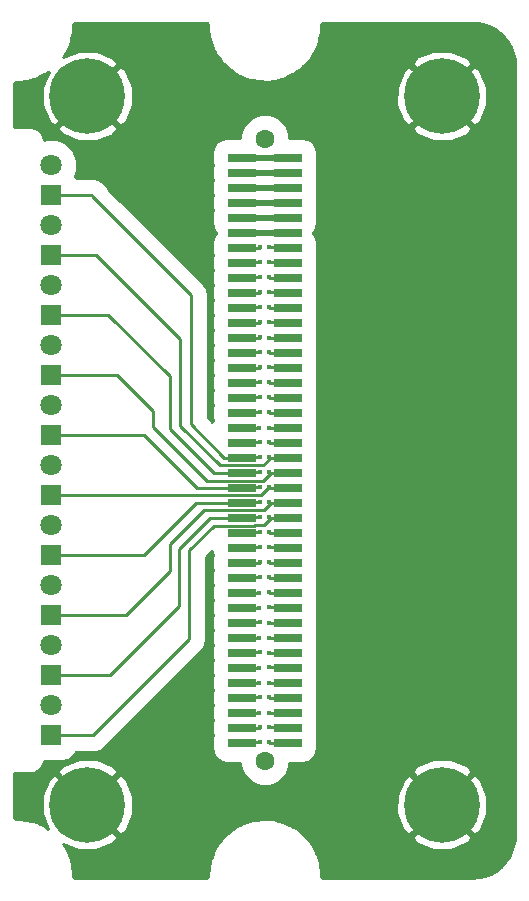
<source format=gbr>
G04 #@! TF.GenerationSoftware,KiCad,Pcbnew,(5.0.0-rc2-dev-107-g49486b83b)*
G04 #@! TF.CreationDate,2018-03-19T01:36:34+08:00*
G04 #@! TF.ProjectId,ebox-gpio-led,65626F782D6770696F2D6C65642E6B69,rev?*
G04 #@! TF.SameCoordinates,Original*
G04 #@! TF.FileFunction,Copper,L1,Top,Signal*
G04 #@! TF.FilePolarity,Positive*
%FSLAX46Y46*%
G04 Gerber Fmt 4.6, Leading zero omitted, Abs format (unit mm)*
G04 Created by KiCad (PCBNEW (5.0.0-rc2-dev-107-g49486b83b)) date 03/19/18 01:36:34*
%MOMM*%
%LPD*%
G01*
G04 APERTURE LIST*
%ADD10C,1.600000*%
%ADD11R,2.400000X0.740000*%
%ADD12C,0.800000*%
%ADD13C,6.400000*%
%ADD14C,1.800000*%
%ADD15R,1.800000X1.800000*%
%ADD16C,0.400000*%
%ADD17C,0.200000*%
%ADD18C,0.500000*%
%ADD19C,0.250000*%
%ADD20C,0.254000*%
G04 APERTURE END LIST*
D10*
X22500000Y-63839800D03*
X22512700Y-11122100D03*
D11*
X20550000Y-12735000D03*
X24450000Y-12735000D03*
X20550000Y-14005000D03*
X24450000Y-14005000D03*
X20550000Y-15275000D03*
X24450000Y-15275000D03*
X20550000Y-16545000D03*
X24450000Y-16545000D03*
X20550000Y-17815000D03*
X24450000Y-17815000D03*
X20550000Y-19085000D03*
X24450000Y-19085000D03*
X20550000Y-20355000D03*
X24450000Y-20355000D03*
X20550000Y-21625000D03*
X24450000Y-21625000D03*
X20550000Y-22895000D03*
X24450000Y-22895000D03*
X20550000Y-24165000D03*
X24450000Y-24165000D03*
X20550000Y-25435000D03*
X24450000Y-25435000D03*
X20550000Y-26705000D03*
X24450000Y-26705000D03*
X20550000Y-27975000D03*
X24450000Y-27975000D03*
X20550000Y-29245000D03*
X24450000Y-29245000D03*
X20550000Y-30515000D03*
X24450000Y-30515000D03*
X20550000Y-31785000D03*
X24450000Y-31785000D03*
X20550000Y-33055000D03*
X24450000Y-33055000D03*
X20550000Y-34325000D03*
X24450000Y-34325000D03*
X20550000Y-35595000D03*
X24450000Y-35595000D03*
X20550000Y-36865000D03*
X24450000Y-36865000D03*
X20550000Y-38135000D03*
X24450000Y-38135000D03*
X20550000Y-39405000D03*
X24450000Y-39405000D03*
X20550000Y-40675000D03*
X24450000Y-40675000D03*
X20550000Y-41945000D03*
X24450000Y-41945000D03*
X20550000Y-43215000D03*
X24450000Y-43215000D03*
X20550000Y-44485000D03*
X24450000Y-44485000D03*
X20550000Y-45755000D03*
X24450000Y-45755000D03*
X20550000Y-47025000D03*
X24450000Y-47025000D03*
X20550000Y-48295000D03*
X24450000Y-48295000D03*
X20550000Y-49565000D03*
X24450000Y-49565000D03*
X20550000Y-50835000D03*
X24450000Y-50835000D03*
X20550000Y-52105000D03*
X24450000Y-52105000D03*
X20550000Y-53375000D03*
X24450000Y-53375000D03*
X20550000Y-54645000D03*
X24450000Y-54645000D03*
X20550000Y-55915000D03*
X24450000Y-55915000D03*
X20550000Y-57185000D03*
X24450000Y-57185000D03*
X20550000Y-58455000D03*
X24450000Y-58455000D03*
X20550000Y-59725000D03*
X24450000Y-59725000D03*
X20550000Y-60995000D03*
X24450000Y-60995000D03*
X20550000Y-62265000D03*
X24450000Y-62265000D03*
D10*
X22500000Y-63839800D03*
X22500000Y-11122100D03*
D12*
X9197056Y-5802944D03*
X7500000Y-5100000D03*
X5802944Y-5802944D03*
X5100000Y-7500000D03*
X5802944Y-9197056D03*
X7500000Y-9900000D03*
X9197056Y-9197056D03*
X9900000Y-7500000D03*
D13*
X7500000Y-7500000D03*
D12*
X39197056Y-5802944D03*
X37500000Y-5100000D03*
X35802944Y-5802944D03*
X35100000Y-7500000D03*
X35802944Y-9197056D03*
X37500000Y-9900000D03*
X39197056Y-9197056D03*
X39900000Y-7500000D03*
D13*
X37500000Y-7500000D03*
D12*
X9197056Y-65802944D03*
X7500000Y-65100000D03*
X5802944Y-65802944D03*
X5100000Y-67500000D03*
X5802944Y-69197056D03*
X7500000Y-69900000D03*
X9197056Y-69197056D03*
X9900000Y-67500000D03*
D13*
X7500000Y-67500000D03*
D12*
X39197056Y-65802944D03*
X37500000Y-65100000D03*
X35802944Y-65802944D03*
X35100000Y-67500000D03*
X35802944Y-69197056D03*
X37500000Y-69900000D03*
X39197056Y-69197056D03*
X39900000Y-67500000D03*
D13*
X37500000Y-67500000D03*
D14*
X4445000Y-13335000D03*
D15*
X4445000Y-15875000D03*
X4445000Y-20955000D03*
D14*
X4445000Y-18415000D03*
X4445000Y-23495000D03*
D15*
X4445000Y-26035000D03*
X4445000Y-31115000D03*
D14*
X4445000Y-28575000D03*
X4445000Y-33655000D03*
D15*
X4445000Y-36195000D03*
X4445000Y-41275000D03*
D14*
X4445000Y-38735000D03*
D15*
X4445000Y-46355000D03*
D14*
X4445000Y-43815000D03*
X4445000Y-48895000D03*
D15*
X4445000Y-51435000D03*
X4445000Y-56515000D03*
D14*
X4445000Y-53975000D03*
X4445000Y-59055000D03*
D15*
X4445000Y-61595000D03*
D16*
X22860000Y-15240000D03*
X22098000Y-15240000D03*
X22860000Y-19050000D03*
X22860000Y-17780000D03*
X22860000Y-16510000D03*
X22860000Y-13970000D03*
X22860000Y-12700000D03*
X22098000Y-19050000D03*
X22098000Y-17780000D03*
X22098000Y-16510000D03*
X22098000Y-13970000D03*
X22098000Y-12700000D03*
X22098000Y-21590000D03*
D17*
X16510000Y-15875000D03*
X16510000Y-21590000D03*
X11430000Y-16510000D03*
X11430000Y-12700000D03*
X16510000Y-12700000D03*
X14605000Y-62865000D03*
X41275000Y-62865000D03*
X41275000Y-55880000D03*
X41275000Y-48895000D03*
X41275000Y-41275000D03*
X41275000Y-34925000D03*
X41275000Y-28575000D03*
X41275000Y-24130000D03*
X41275000Y-19050000D03*
X35560000Y-62865000D03*
X35560000Y-55880000D03*
X35560000Y-48895000D03*
X35560000Y-41275000D03*
X35560000Y-34925000D03*
X35560000Y-28575000D03*
X35560000Y-24130000D03*
X35560000Y-19050000D03*
X29845000Y-62865000D03*
X29845000Y-55880000D03*
X29845000Y-48895000D03*
X29845000Y-41275000D03*
X29845000Y-34925000D03*
X29845000Y-28575000D03*
X29845000Y-24130000D03*
X29845000Y-19050000D03*
X29845000Y-12700000D03*
X35560000Y-12700000D03*
X41275000Y-12700000D03*
D16*
X22098000Y-20320000D03*
X22860000Y-20320000D03*
X22860000Y-21590000D03*
X22098000Y-22860000D03*
X22860000Y-22860000D03*
X22098000Y-24130000D03*
X22860000Y-24130000D03*
X22098000Y-25400000D03*
X22860000Y-25400000D03*
X22098000Y-26670000D03*
X22860000Y-26670000D03*
X22098000Y-27940000D03*
X22895000Y-27975000D03*
X22098000Y-29210000D03*
X22860000Y-29210000D03*
X22098000Y-30480000D03*
X22860000Y-30480000D03*
X22098000Y-31750000D03*
X22860000Y-31750000D03*
X22098000Y-33020000D03*
X22860000Y-33020000D03*
X22098000Y-34290000D03*
X22860000Y-34290000D03*
X22063000Y-35595000D03*
X22895000Y-35595000D03*
X22098000Y-36830000D03*
X22860000Y-36830000D03*
X22098000Y-38100000D03*
X22860000Y-38100000D03*
X22098000Y-39370000D03*
X22860000Y-39370000D03*
X22098000Y-40640000D03*
X22860000Y-40640000D03*
X22098000Y-41910000D03*
X22860000Y-41910000D03*
X22098000Y-43180000D03*
X22860000Y-43180000D03*
X22098000Y-44450000D03*
X22860000Y-44450000D03*
X22098000Y-45720000D03*
X22860000Y-45720000D03*
X22098000Y-46990000D03*
X22860000Y-46990000D03*
X22098000Y-48260000D03*
X22860000Y-48260000D03*
X22063000Y-49565000D03*
X22860000Y-49530000D03*
X22063000Y-50835000D03*
X22860000Y-50800000D03*
X22098000Y-52070000D03*
X22895000Y-52105000D03*
X22063000Y-53375000D03*
X22895000Y-53375000D03*
X22098000Y-54610000D03*
X22895000Y-54645000D03*
X22063000Y-55915000D03*
X22860000Y-55880000D03*
X22063000Y-57185000D03*
X22895000Y-57185000D03*
X22098000Y-58420000D03*
X22860000Y-58420000D03*
X22063000Y-59725000D03*
X22895000Y-59725000D03*
X22895000Y-59725000D03*
X22098000Y-60960000D03*
X22860000Y-60960000D03*
X22098000Y-62230000D03*
X22860000Y-62230000D03*
D18*
X20550000Y-12735000D02*
X24450000Y-12735000D01*
X24450000Y-14005000D02*
X20550000Y-14005000D01*
X24450000Y-16545000D02*
X20550000Y-16545000D01*
X20550000Y-17815000D02*
X24450000Y-17815000D01*
D19*
X22098000Y-21590000D02*
X20585000Y-21590000D01*
X20585000Y-21590000D02*
X20550000Y-21625000D01*
X4445000Y-15875000D02*
X7874000Y-15875000D01*
X16256000Y-24384000D02*
X16256000Y-35291000D01*
X7874000Y-15875000D02*
X7874000Y-16002000D01*
X7874000Y-16002000D02*
X16256000Y-24384000D01*
X16256000Y-35291000D02*
X19100000Y-38135000D01*
X19100000Y-38135000D02*
X20550000Y-38135000D01*
X22400000Y-38735000D02*
X23000000Y-38135000D01*
X4445000Y-20955000D02*
X8255000Y-20955000D01*
X18682012Y-38735000D02*
X22400000Y-38735000D01*
X15367000Y-35419988D02*
X18682012Y-38735000D01*
X15367000Y-28067000D02*
X15367000Y-35419988D01*
X8255000Y-20955000D02*
X15367000Y-28067000D01*
X23000000Y-38135000D02*
X24450000Y-38135000D01*
X4445000Y-26035000D02*
X9271000Y-26035000D01*
X9271000Y-26035000D02*
X14478000Y-31242000D01*
X14478000Y-31242000D02*
X14478000Y-35687000D01*
X14478000Y-35687000D02*
X18196000Y-39405000D01*
X18196000Y-39405000D02*
X20550000Y-39405000D01*
X22325001Y-40079999D02*
X23000000Y-39405000D01*
X17600999Y-40079999D02*
X22325001Y-40079999D01*
X13081000Y-35560000D02*
X17600999Y-40079999D01*
X13081000Y-34163000D02*
X13081000Y-35560000D01*
X10033000Y-31115000D02*
X13081000Y-34163000D01*
X4445000Y-31115000D02*
X10033000Y-31115000D01*
X23000000Y-39405000D02*
X24450000Y-39405000D01*
X12319000Y-36195000D02*
X16799000Y-40675000D01*
X16799000Y-40675000D02*
X20550000Y-40675000D01*
X4445000Y-36195000D02*
X12319000Y-36195000D01*
X23114000Y-40675000D02*
X22895000Y-40675000D01*
X24450000Y-40675000D02*
X23114000Y-40675000D01*
X4445000Y-41275000D02*
X22225000Y-41275000D01*
X22225000Y-41275000D02*
X22825000Y-40675000D01*
X22825000Y-40675000D02*
X23114000Y-40675000D01*
X16729000Y-41945000D02*
X12319000Y-46355000D01*
X20550000Y-41945000D02*
X16729000Y-41945000D01*
X12319000Y-46355000D02*
X4445000Y-46355000D01*
X14478000Y-45466000D02*
X14478000Y-47752000D01*
X17399000Y-42545000D02*
X14478000Y-45466000D01*
X17399000Y-42540001D02*
X17399000Y-42545000D01*
X22404999Y-42540001D02*
X17399000Y-42540001D01*
X23000000Y-41945000D02*
X22404999Y-42540001D01*
X24450000Y-41945000D02*
X23000000Y-41945000D01*
X14478000Y-47752000D02*
X10795000Y-51435000D01*
X10795000Y-51435000D02*
X4445000Y-51435000D01*
X20550000Y-43215000D02*
X17872000Y-43215000D01*
X17872000Y-43215000D02*
X15240000Y-45847000D01*
X15240000Y-45847000D02*
X15240000Y-50673000D01*
X15240000Y-50673000D02*
X9398000Y-56515000D01*
X9398000Y-56515000D02*
X6858000Y-56515000D01*
X6858000Y-56515000D02*
X4445000Y-56515000D01*
X21637002Y-43889999D02*
X21717000Y-43810001D01*
X8001000Y-61595000D02*
X16129000Y-53467000D01*
X23000000Y-43215000D02*
X24450000Y-43215000D01*
X18213001Y-43889999D02*
X21637002Y-43889999D01*
X22404999Y-43810001D02*
X23000000Y-43215000D01*
X16129000Y-45974000D02*
X18213001Y-43889999D01*
X16129000Y-53467000D02*
X16129000Y-45974000D01*
X4445000Y-61595000D02*
X8001000Y-61595000D01*
X21717000Y-43810001D02*
X22404999Y-43810001D01*
D18*
X24450000Y-19085000D02*
X20550000Y-19085000D01*
D19*
X22063000Y-20355000D02*
X22098000Y-20320000D01*
X20550000Y-20355000D02*
X22063000Y-20355000D01*
X22860000Y-20320000D02*
X24415000Y-20320000D01*
X24415000Y-20320000D02*
X24450000Y-20355000D01*
X22860000Y-21590000D02*
X24415000Y-21590000D01*
X24415000Y-21590000D02*
X24450000Y-21625000D01*
X22098000Y-22860000D02*
X20585000Y-22860000D01*
X20585000Y-22860000D02*
X20550000Y-22895000D01*
X22895000Y-22895000D02*
X22860000Y-22860000D01*
X24450000Y-22895000D02*
X22895000Y-22895000D01*
X22063000Y-24165000D02*
X22098000Y-24130000D01*
X20550000Y-24165000D02*
X22063000Y-24165000D01*
X22860000Y-24130000D02*
X24415000Y-24130000D01*
X24415000Y-24130000D02*
X24450000Y-24165000D01*
X22098000Y-25400000D02*
X20585000Y-25400000D01*
X20585000Y-25400000D02*
X20550000Y-25435000D01*
X22895000Y-25435000D02*
X22860000Y-25400000D01*
X24450000Y-25435000D02*
X22895000Y-25435000D01*
X22063000Y-26705000D02*
X22098000Y-26670000D01*
X20550000Y-26705000D02*
X22063000Y-26705000D01*
X22860000Y-26670000D02*
X24415000Y-26670000D01*
X24415000Y-26670000D02*
X24450000Y-26705000D01*
X22063000Y-27975000D02*
X22098000Y-27940000D01*
X20550000Y-27975000D02*
X22063000Y-27975000D01*
X24450000Y-27975000D02*
X22895000Y-27975000D01*
X22098000Y-29210000D02*
X20585000Y-29210000D01*
X20585000Y-29210000D02*
X20550000Y-29245000D01*
X22895000Y-29245000D02*
X22860000Y-29210000D01*
X24450000Y-29245000D02*
X22895000Y-29245000D01*
X22063000Y-30515000D02*
X22098000Y-30480000D01*
X20550000Y-30515000D02*
X22063000Y-30515000D01*
X22860000Y-30480000D02*
X24415000Y-30480000D01*
X24415000Y-30480000D02*
X24450000Y-30515000D01*
X22098000Y-31750000D02*
X20585000Y-31750000D01*
X20585000Y-31750000D02*
X20550000Y-31785000D01*
X22895000Y-31785000D02*
X22860000Y-31750000D01*
X24450000Y-31785000D02*
X22895000Y-31785000D01*
X22098000Y-33020000D02*
X20585000Y-33020000D01*
X20585000Y-33020000D02*
X20550000Y-33055000D01*
X22895000Y-33055000D02*
X22860000Y-33020000D01*
X24450000Y-33055000D02*
X22895000Y-33055000D01*
X22098000Y-34290000D02*
X20585000Y-34290000D01*
X20585000Y-34290000D02*
X20550000Y-34325000D01*
X22895000Y-34325000D02*
X22860000Y-34290000D01*
X24450000Y-34325000D02*
X22895000Y-34325000D01*
X20550000Y-35595000D02*
X22063000Y-35595000D01*
X24450000Y-35595000D02*
X22895000Y-35595000D01*
X22098000Y-36830000D02*
X20585000Y-36830000D01*
X20585000Y-36830000D02*
X20550000Y-36865000D01*
X22895000Y-36865000D02*
X22860000Y-36830000D01*
X24450000Y-36865000D02*
X22895000Y-36865000D01*
X22098000Y-38100000D02*
X20585000Y-38100000D01*
X20585000Y-38100000D02*
X20550000Y-38135000D01*
X22895000Y-38135000D02*
X22860000Y-38100000D01*
X24450000Y-38135000D02*
X22895000Y-38135000D01*
X22098000Y-39370000D02*
X20585000Y-39370000D01*
X20585000Y-39370000D02*
X20550000Y-39405000D01*
X22895000Y-39405000D02*
X22860000Y-39370000D01*
X24450000Y-39405000D02*
X22895000Y-39405000D01*
X22098000Y-40640000D02*
X20585000Y-40640000D01*
X20585000Y-40640000D02*
X20550000Y-40675000D01*
X22895000Y-40675000D02*
X22860000Y-40640000D01*
X22098000Y-41910000D02*
X20585000Y-41910000D01*
X20585000Y-41910000D02*
X20550000Y-41945000D01*
X22895000Y-41945000D02*
X22860000Y-41910000D01*
X24450000Y-41945000D02*
X22895000Y-41945000D01*
X22098000Y-43180000D02*
X20585000Y-43180000D01*
X20585000Y-43180000D02*
X20550000Y-43215000D01*
X22895000Y-43215000D02*
X22860000Y-43180000D01*
X24450000Y-43215000D02*
X22895000Y-43215000D01*
X22098000Y-44450000D02*
X20585000Y-44450000D01*
X20585000Y-44450000D02*
X20550000Y-44485000D01*
X22895000Y-44485000D02*
X22860000Y-44450000D01*
X24450000Y-44485000D02*
X22895000Y-44485000D01*
X22098000Y-45720000D02*
X20585000Y-45720000D01*
X20585000Y-45720000D02*
X20550000Y-45755000D01*
X22860000Y-45720000D02*
X24415000Y-45720000D01*
X24415000Y-45720000D02*
X24450000Y-45755000D01*
X22063000Y-47025000D02*
X22098000Y-46990000D01*
X20550000Y-47025000D02*
X22063000Y-47025000D01*
X22895000Y-47025000D02*
X22860000Y-46990000D01*
X24450000Y-47025000D02*
X22895000Y-47025000D01*
X22098000Y-48260000D02*
X20585000Y-48260000D01*
X20585000Y-48260000D02*
X20550000Y-48295000D01*
X22895000Y-48295000D02*
X22860000Y-48260000D01*
X24450000Y-48295000D02*
X22895000Y-48295000D01*
X20550000Y-49565000D02*
X22063000Y-49565000D01*
X22895000Y-49565000D02*
X22860000Y-49530000D01*
X24450000Y-49565000D02*
X22895000Y-49565000D01*
X20550000Y-50835000D02*
X22063000Y-50835000D01*
X22860000Y-50800000D02*
X24415000Y-50800000D01*
X24415000Y-50800000D02*
X24450000Y-50835000D01*
X22098000Y-52070000D02*
X20585000Y-52070000D01*
X20585000Y-52070000D02*
X20550000Y-52105000D01*
X24450000Y-52105000D02*
X22895000Y-52105000D01*
X20550000Y-53375000D02*
X22063000Y-53375000D01*
X22895000Y-53375000D02*
X24450000Y-53375000D01*
X22098000Y-54610000D02*
X20585000Y-54610000D01*
X20585000Y-54610000D02*
X20550000Y-54645000D01*
X24450000Y-54645000D02*
X22895000Y-54645000D01*
X20550000Y-55915000D02*
X22063000Y-55915000D01*
X22860000Y-55880000D02*
X24415000Y-55880000D01*
X24415000Y-55880000D02*
X24450000Y-55915000D01*
X20550000Y-57185000D02*
X22063000Y-57185000D01*
X22895000Y-57185000D02*
X24450000Y-57185000D01*
X22098000Y-58420000D02*
X20585000Y-58420000D01*
X20585000Y-58420000D02*
X20550000Y-58455000D01*
X22895000Y-58455000D02*
X22860000Y-58420000D01*
X24450000Y-58455000D02*
X22895000Y-58455000D01*
X20550000Y-59725000D02*
X22063000Y-59725000D01*
X24450000Y-59725000D02*
X22895000Y-59725000D01*
X22063000Y-60995000D02*
X22098000Y-60960000D01*
X20550000Y-60995000D02*
X22063000Y-60995000D01*
X22860000Y-60960000D02*
X24415000Y-60960000D01*
X24415000Y-60960000D02*
X24450000Y-60995000D01*
X22098000Y-62230000D02*
X20585000Y-62230000D01*
X20585000Y-62230000D02*
X20550000Y-62265000D01*
X22895000Y-62265000D02*
X22860000Y-62230000D01*
X24450000Y-62265000D02*
X22895000Y-62265000D01*
D18*
X20550000Y-15275000D02*
X24450000Y-15275000D01*
D20*
G36*
X17529206Y-1292185D02*
X17557849Y-1298273D01*
X17585351Y-1308283D01*
X17611212Y-1322034D01*
X17634892Y-1339239D01*
X17655952Y-1359576D01*
X17673980Y-1382651D01*
X17688618Y-1408004D01*
X17699588Y-1435155D01*
X17706669Y-1463556D01*
X17713784Y-1531253D01*
X17713784Y-1544917D01*
X17722310Y-1789065D01*
X17724661Y-1811433D01*
X17724661Y-1833923D01*
X17734051Y-1923262D01*
X17802008Y-2406805D01*
X17811351Y-2450761D01*
X17817607Y-2495274D01*
X17839336Y-2582421D01*
X17839339Y-2582435D01*
X17839340Y-2582437D01*
X17973933Y-3051817D01*
X17989300Y-3094039D01*
X18001691Y-3137250D01*
X18035343Y-3220541D01*
X18233950Y-3666620D01*
X18255049Y-3706301D01*
X18273330Y-3747361D01*
X18318246Y-3825158D01*
X18577004Y-4239256D01*
X18603422Y-4275617D01*
X18627236Y-4313727D01*
X18682541Y-4384515D01*
X18996411Y-4758571D01*
X19027628Y-4790896D01*
X19056519Y-4825328D01*
X19121139Y-4887730D01*
X19484013Y-5214465D01*
X19519432Y-5242137D01*
X19552829Y-5272208D01*
X19625504Y-5325010D01*
X20030319Y-5598061D01*
X20069246Y-5620535D01*
X20106501Y-5645664D01*
X20185818Y-5687838D01*
X20624695Y-5901892D01*
X20666366Y-5918728D01*
X20706757Y-5938428D01*
X20791171Y-5969152D01*
X21255567Y-6120044D01*
X21299173Y-6130916D01*
X21341918Y-6144805D01*
X21429787Y-6163482D01*
X21910663Y-6248274D01*
X21955354Y-6252971D01*
X21999622Y-6260777D01*
X22089229Y-6267043D01*
X22089235Y-6267043D01*
X22577233Y-6284084D01*
X22622149Y-6282516D01*
X22667064Y-6284084D01*
X22756677Y-6277818D01*
X23242298Y-6226777D01*
X23286556Y-6218973D01*
X23331254Y-6214275D01*
X23419122Y-6195598D01*
X23892912Y-6077469D01*
X23935657Y-6063580D01*
X23979264Y-6052708D01*
X24063661Y-6021989D01*
X24063677Y-6021984D01*
X24063684Y-6021981D01*
X24516418Y-5839064D01*
X24556804Y-5819366D01*
X24598481Y-5802528D01*
X24677798Y-5760354D01*
X25100674Y-5516207D01*
X25137931Y-5491077D01*
X25176857Y-5468603D01*
X25249532Y-5415801D01*
X25634314Y-5115176D01*
X25667706Y-5085110D01*
X25703127Y-5057436D01*
X25767746Y-4995033D01*
X25995594Y-4759090D01*
X34938695Y-4759090D01*
X37500000Y-7320395D01*
X40061305Y-4759090D01*
X39694360Y-4263657D01*
X38288829Y-3670264D01*
X36763207Y-3659913D01*
X35349754Y-4234181D01*
X35305640Y-4263657D01*
X34938695Y-4759090D01*
X25995594Y-4759090D01*
X26106946Y-4643783D01*
X26135835Y-4609354D01*
X26167057Y-4577023D01*
X26222363Y-4506234D01*
X26509374Y-4111195D01*
X26533191Y-4073080D01*
X26559605Y-4036724D01*
X26604521Y-3958928D01*
X26833762Y-3527789D01*
X26852040Y-3486737D01*
X26873142Y-3447049D01*
X26906793Y-3363759D01*
X27073800Y-2904912D01*
X27086188Y-2861709D01*
X27101560Y-2819476D01*
X27123292Y-2732313D01*
X27224814Y-2254688D01*
X27231068Y-2210187D01*
X27240413Y-2166223D01*
X27249803Y-2076883D01*
X27283865Y-1589778D01*
X27283865Y-1589776D01*
X27292185Y-1470794D01*
X27298273Y-1442151D01*
X27308283Y-1414649D01*
X27322034Y-1388788D01*
X27339239Y-1365108D01*
X27359576Y-1344048D01*
X27382651Y-1326020D01*
X27408004Y-1311382D01*
X27435155Y-1300412D01*
X27463556Y-1293331D01*
X27523793Y-1287000D01*
X39955055Y-1287000D01*
X40516312Y-1326247D01*
X41022579Y-1433858D01*
X41508935Y-1610877D01*
X41965924Y-1853862D01*
X42384651Y-2158085D01*
X42756963Y-2517623D01*
X43075614Y-2925477D01*
X43334399Y-3373708D01*
X43528283Y-3853586D01*
X43653496Y-4355791D01*
X43711131Y-4904149D01*
X43713000Y-5011235D01*
X43713001Y-69955041D01*
X43673753Y-70516313D01*
X43566144Y-71022573D01*
X43389123Y-71508936D01*
X43146138Y-71965924D01*
X42841917Y-72384648D01*
X42482379Y-72756961D01*
X42074526Y-73075611D01*
X41626296Y-73334397D01*
X41146411Y-73528284D01*
X40644211Y-73653496D01*
X40095850Y-73711131D01*
X39988766Y-73713000D01*
X27544945Y-73713000D01*
X27470795Y-73707815D01*
X27442152Y-73701727D01*
X27414647Y-73691716D01*
X27388789Y-73677967D01*
X27365109Y-73660763D01*
X27344044Y-73640420D01*
X27326021Y-73617351D01*
X27311383Y-73591997D01*
X27300412Y-73564844D01*
X27293331Y-73536443D01*
X27286216Y-73468747D01*
X27286216Y-73455084D01*
X27277690Y-73210935D01*
X27275339Y-73188567D01*
X27275339Y-73166077D01*
X27265949Y-73076738D01*
X27197992Y-72593195D01*
X27188649Y-72549239D01*
X27182393Y-72504726D01*
X27160661Y-72417563D01*
X27026067Y-71948183D01*
X27010700Y-71905961D01*
X26998309Y-71862750D01*
X26964657Y-71779459D01*
X26766050Y-71333380D01*
X26744951Y-71293699D01*
X26726670Y-71252639D01*
X26681754Y-71174842D01*
X26422996Y-70760744D01*
X26396576Y-70724380D01*
X26372764Y-70686273D01*
X26317458Y-70615485D01*
X26317457Y-70615483D01*
X26317452Y-70615478D01*
X26003589Y-70241429D01*
X26003088Y-70240910D01*
X34938695Y-70240910D01*
X35305640Y-70736343D01*
X36711171Y-71329736D01*
X38236793Y-71340087D01*
X39650246Y-70765819D01*
X39694360Y-70736343D01*
X40061305Y-70240910D01*
X37500000Y-67679605D01*
X34938695Y-70240910D01*
X26003088Y-70240910D01*
X25972371Y-70209102D01*
X25943481Y-70174672D01*
X25878861Y-70112270D01*
X25515987Y-69785536D01*
X25480574Y-69757868D01*
X25447171Y-69727792D01*
X25374496Y-69674990D01*
X24969681Y-69401939D01*
X24930754Y-69379465D01*
X24893499Y-69354336D01*
X24814182Y-69312162D01*
X24375305Y-69098108D01*
X24333634Y-69081272D01*
X24293243Y-69061572D01*
X24208829Y-69030848D01*
X23744433Y-68879956D01*
X23700827Y-68869084D01*
X23658082Y-68855195D01*
X23570213Y-68836518D01*
X23089336Y-68751726D01*
X23044645Y-68747029D01*
X23000377Y-68739223D01*
X22910771Y-68732957D01*
X22910765Y-68732957D01*
X22422767Y-68715916D01*
X22377851Y-68717484D01*
X22332936Y-68715916D01*
X22243323Y-68722182D01*
X21757702Y-68773223D01*
X21713444Y-68781027D01*
X21668746Y-68785725D01*
X21580877Y-68804402D01*
X21107088Y-68922531D01*
X21064342Y-68936420D01*
X21020736Y-68947292D01*
X20936322Y-68978016D01*
X20483582Y-69160936D01*
X20443196Y-69180634D01*
X20401519Y-69197472D01*
X20322202Y-69239646D01*
X19899326Y-69483793D01*
X19862072Y-69508921D01*
X19823144Y-69531396D01*
X19750468Y-69584198D01*
X19365686Y-69884824D01*
X19332287Y-69914896D01*
X19296874Y-69942564D01*
X19232254Y-70004966D01*
X18893055Y-70356217D01*
X18864166Y-70390645D01*
X18832943Y-70422978D01*
X18777637Y-70493766D01*
X18490625Y-70888806D01*
X18466808Y-70926922D01*
X18440395Y-70963276D01*
X18395479Y-71041073D01*
X18166238Y-71472211D01*
X18147961Y-71513262D01*
X18126858Y-71552951D01*
X18093207Y-71636241D01*
X17926200Y-72095088D01*
X17913813Y-72138288D01*
X17898440Y-72180524D01*
X17876708Y-72267688D01*
X17775186Y-72745312D01*
X17768931Y-72789816D01*
X17759587Y-72833778D01*
X17750197Y-72923117D01*
X17716135Y-73410223D01*
X17707815Y-73529205D01*
X17701727Y-73557848D01*
X17691716Y-73585353D01*
X17677967Y-73611211D01*
X17660763Y-73634891D01*
X17640420Y-73655956D01*
X17617351Y-73673979D01*
X17591997Y-73688617D01*
X17564844Y-73699588D01*
X17536443Y-73706669D01*
X17476206Y-73713000D01*
X6544945Y-73713000D01*
X6470795Y-73707815D01*
X6442152Y-73701727D01*
X6414647Y-73691716D01*
X6388789Y-73677967D01*
X6365109Y-73660763D01*
X6344044Y-73640420D01*
X6326021Y-73617351D01*
X6311383Y-73591997D01*
X6300412Y-73564844D01*
X6293331Y-73536443D01*
X6286737Y-73473705D01*
X6284672Y-73355392D01*
X6283691Y-73344182D01*
X6284084Y-73332936D01*
X6277818Y-73243323D01*
X6226777Y-72757702D01*
X6218973Y-72713444D01*
X6214275Y-72668746D01*
X6195598Y-72580877D01*
X6077469Y-72107088D01*
X6063580Y-72064342D01*
X6052708Y-72020736D01*
X6021984Y-71936322D01*
X5839064Y-71483582D01*
X5819366Y-71443196D01*
X5802528Y-71401519D01*
X5760354Y-71322202D01*
X5516207Y-70899326D01*
X5491079Y-70862072D01*
X5468604Y-70823144D01*
X5449740Y-70797180D01*
X6711171Y-71329736D01*
X8236793Y-71340087D01*
X9650246Y-70765819D01*
X9694360Y-70736343D01*
X10061305Y-70240910D01*
X7500000Y-67679605D01*
X7485858Y-67693748D01*
X7306253Y-67514143D01*
X7320395Y-67500000D01*
X7679605Y-67500000D01*
X10240910Y-70061305D01*
X10736343Y-69694360D01*
X11329736Y-68288829D01*
X11330089Y-68236793D01*
X33659913Y-68236793D01*
X34234181Y-69650246D01*
X34263657Y-69694360D01*
X34759090Y-70061305D01*
X37320395Y-67500000D01*
X37679605Y-67500000D01*
X40240910Y-70061305D01*
X40736343Y-69694360D01*
X41329736Y-68288829D01*
X41340087Y-66763207D01*
X40765819Y-65349754D01*
X40736343Y-65305640D01*
X40240910Y-64938695D01*
X37679605Y-67500000D01*
X37320395Y-67500000D01*
X34759090Y-64938695D01*
X34263657Y-65305640D01*
X33670264Y-66711171D01*
X33659913Y-68236793D01*
X11330089Y-68236793D01*
X11340087Y-66763207D01*
X10765819Y-65349754D01*
X10736343Y-65305640D01*
X10240910Y-64938695D01*
X7679605Y-67500000D01*
X7320395Y-67500000D01*
X4759090Y-64938695D01*
X4263657Y-65305640D01*
X3670264Y-66711171D01*
X3659913Y-68236793D01*
X4193676Y-69550552D01*
X4111194Y-69490625D01*
X4073078Y-69466808D01*
X4036724Y-69440395D01*
X3958927Y-69395479D01*
X3958924Y-69395477D01*
X3958919Y-69395475D01*
X3527789Y-69166238D01*
X3486738Y-69147961D01*
X3447049Y-69126858D01*
X3363759Y-69093207D01*
X2904912Y-68926200D01*
X2861712Y-68913813D01*
X2819476Y-68898440D01*
X2732327Y-68876712D01*
X2732314Y-68876708D01*
X2732308Y-68876707D01*
X2254688Y-68775186D01*
X2210184Y-68768931D01*
X2166222Y-68759587D01*
X2076883Y-68750197D01*
X1589777Y-68716135D01*
X1470795Y-68707815D01*
X1442152Y-68701727D01*
X1414647Y-68691716D01*
X1388789Y-68677967D01*
X1365109Y-68660763D01*
X1344044Y-68640420D01*
X1326021Y-68617351D01*
X1311383Y-68591997D01*
X1300412Y-68564844D01*
X1293331Y-68536443D01*
X1287000Y-68476206D01*
X1287000Y-64857000D01*
X2413245Y-64857000D01*
X2540000Y-64882213D01*
X2666754Y-64857000D01*
X2666755Y-64857000D01*
X3042162Y-64782327D01*
X3076938Y-64759090D01*
X4938695Y-64759090D01*
X7500000Y-67320395D01*
X10061305Y-64759090D01*
X9694360Y-64263657D01*
X8288829Y-63670264D01*
X6763207Y-63659913D01*
X5349754Y-64234181D01*
X5305640Y-64263657D01*
X4938695Y-64759090D01*
X3076938Y-64759090D01*
X3467875Y-64497875D01*
X3752327Y-64072162D01*
X3805029Y-63807213D01*
X5345000Y-63807213D01*
X5847162Y-63707327D01*
X6272875Y-63422875D01*
X6550753Y-63007000D01*
X7861934Y-63007000D01*
X8001000Y-63034662D01*
X8140066Y-63007000D01*
X8551935Y-62925074D01*
X9018995Y-62612995D01*
X9097771Y-62495098D01*
X17029103Y-54563767D01*
X17146994Y-54484995D01*
X17225767Y-54367103D01*
X17225769Y-54367101D01*
X17459074Y-54017935D01*
X17568662Y-53467000D01*
X17541000Y-53327934D01*
X17541000Y-46558869D01*
X18037787Y-46062082D01*
X18037787Y-46125000D01*
X18090499Y-46390000D01*
X18037787Y-46655000D01*
X18037787Y-47395000D01*
X18090499Y-47660000D01*
X18037787Y-47925000D01*
X18037787Y-48665000D01*
X18090499Y-48930000D01*
X18037787Y-49195000D01*
X18037787Y-49935000D01*
X18090499Y-50200000D01*
X18037787Y-50465000D01*
X18037787Y-51205000D01*
X18090499Y-51470000D01*
X18037787Y-51735000D01*
X18037787Y-52475000D01*
X18090499Y-52740000D01*
X18037787Y-53005000D01*
X18037787Y-53745000D01*
X18090499Y-54010000D01*
X18037787Y-54275000D01*
X18037787Y-55015000D01*
X18090499Y-55280000D01*
X18037787Y-55545000D01*
X18037787Y-56285000D01*
X18090499Y-56550000D01*
X18037787Y-56815000D01*
X18037787Y-57555000D01*
X18090499Y-57820000D01*
X18037787Y-58085000D01*
X18037787Y-58825000D01*
X18090499Y-59090000D01*
X18037787Y-59355000D01*
X18037787Y-60095000D01*
X18090499Y-60360000D01*
X18037787Y-60625000D01*
X18037787Y-61365000D01*
X18090499Y-61630000D01*
X18037787Y-61895000D01*
X18037787Y-62635000D01*
X18137673Y-63137162D01*
X18422125Y-63562875D01*
X18847838Y-63847327D01*
X19350000Y-63947213D01*
X20413000Y-63947213D01*
X20413000Y-64254930D01*
X20730727Y-65021991D01*
X21317809Y-65609073D01*
X22084870Y-65926800D01*
X22915130Y-65926800D01*
X23682191Y-65609073D01*
X24269273Y-65021991D01*
X24378170Y-64759090D01*
X34938695Y-64759090D01*
X37500000Y-67320395D01*
X40061305Y-64759090D01*
X39694360Y-64263657D01*
X38288829Y-63670264D01*
X36763207Y-63659913D01*
X35349754Y-64234181D01*
X35305640Y-64263657D01*
X34938695Y-64759090D01*
X24378170Y-64759090D01*
X24587000Y-64254930D01*
X24587000Y-63947213D01*
X25650000Y-63947213D01*
X26152162Y-63847327D01*
X26577875Y-63562875D01*
X26862327Y-63137162D01*
X26962213Y-62635000D01*
X26962213Y-61895000D01*
X26909501Y-61630000D01*
X26962213Y-61365000D01*
X26962213Y-60625000D01*
X26909501Y-60360000D01*
X26962213Y-60095000D01*
X26962213Y-59355000D01*
X26909501Y-59090000D01*
X26962213Y-58825000D01*
X26962213Y-58085000D01*
X26909501Y-57820000D01*
X26962213Y-57555000D01*
X26962213Y-56815000D01*
X26909501Y-56550000D01*
X26962213Y-56285000D01*
X26962213Y-55545000D01*
X26909501Y-55280000D01*
X26962213Y-55015000D01*
X26962213Y-54275000D01*
X26909501Y-54010000D01*
X26962213Y-53745000D01*
X26962213Y-53005000D01*
X26909501Y-52740000D01*
X26962213Y-52475000D01*
X26962213Y-51735000D01*
X26909501Y-51470000D01*
X26962213Y-51205000D01*
X26962213Y-50465000D01*
X26909501Y-50200000D01*
X26962213Y-49935000D01*
X26962213Y-49195000D01*
X26909501Y-48930000D01*
X26962213Y-48665000D01*
X26962213Y-47925000D01*
X26909501Y-47660000D01*
X26962213Y-47395000D01*
X26962213Y-46655000D01*
X26909501Y-46390000D01*
X26962213Y-46125000D01*
X26962213Y-45385000D01*
X26909501Y-45120000D01*
X26962213Y-44855000D01*
X26962213Y-44115000D01*
X26909501Y-43850000D01*
X26962213Y-43585000D01*
X26962213Y-42845000D01*
X26909501Y-42580000D01*
X26962213Y-42315000D01*
X26962213Y-41575000D01*
X26909501Y-41310000D01*
X26962213Y-41045000D01*
X26962213Y-40305000D01*
X26909501Y-40040000D01*
X26962213Y-39775000D01*
X26962213Y-39035000D01*
X26909501Y-38770000D01*
X26962213Y-38505000D01*
X26962213Y-37765000D01*
X26909501Y-37500000D01*
X26962213Y-37235000D01*
X26962213Y-36495000D01*
X26909501Y-36230000D01*
X26962213Y-35965000D01*
X26962213Y-35225000D01*
X26909501Y-34960000D01*
X26962213Y-34695000D01*
X26962213Y-33955000D01*
X26909501Y-33690000D01*
X26962213Y-33425000D01*
X26962213Y-32685000D01*
X26909501Y-32420000D01*
X26962213Y-32155000D01*
X26962213Y-31415000D01*
X26909501Y-31150000D01*
X26962213Y-30885000D01*
X26962213Y-30145000D01*
X26909501Y-29880000D01*
X26962213Y-29615000D01*
X26962213Y-28875000D01*
X26909501Y-28610000D01*
X26962213Y-28345000D01*
X26962213Y-27605000D01*
X26909501Y-27340000D01*
X26962213Y-27075000D01*
X26962213Y-26335000D01*
X26909501Y-26070000D01*
X26962213Y-25805000D01*
X26962213Y-25065000D01*
X26909501Y-24800000D01*
X26962213Y-24535000D01*
X26962213Y-23795000D01*
X26909501Y-23530000D01*
X26962213Y-23265000D01*
X26962213Y-22525000D01*
X26909501Y-22260000D01*
X26962213Y-21995000D01*
X26962213Y-21255000D01*
X26909501Y-20990000D01*
X26962213Y-20725000D01*
X26962213Y-19985000D01*
X26862327Y-19482838D01*
X26596500Y-19085000D01*
X26862327Y-18687162D01*
X26962213Y-18185000D01*
X26962213Y-17445000D01*
X26909501Y-17180000D01*
X26962213Y-16915000D01*
X26962213Y-16175000D01*
X26909501Y-15910000D01*
X26962213Y-15645000D01*
X26962213Y-14905000D01*
X26909501Y-14640000D01*
X26962213Y-14375000D01*
X26962213Y-13635000D01*
X26909501Y-13370000D01*
X26962213Y-13105000D01*
X26962213Y-12365000D01*
X26862327Y-11862838D01*
X26577875Y-11437125D01*
X26152162Y-11152673D01*
X25650000Y-11052787D01*
X24599700Y-11052787D01*
X24599700Y-10706970D01*
X24406652Y-10240910D01*
X34938695Y-10240910D01*
X35305640Y-10736343D01*
X36711171Y-11329736D01*
X38236793Y-11340087D01*
X39650246Y-10765819D01*
X39694360Y-10736343D01*
X40061305Y-10240910D01*
X37500000Y-7679605D01*
X34938695Y-10240910D01*
X24406652Y-10240910D01*
X24281973Y-9939909D01*
X23694891Y-9352827D01*
X22927830Y-9035100D01*
X22084870Y-9035100D01*
X21317809Y-9352827D01*
X20730727Y-9939909D01*
X20413000Y-10706970D01*
X20413000Y-11052787D01*
X19350000Y-11052787D01*
X18847838Y-11152673D01*
X18422125Y-11437125D01*
X18137673Y-11862838D01*
X18037787Y-12365000D01*
X18037787Y-13105000D01*
X18090499Y-13370000D01*
X18037787Y-13635000D01*
X18037787Y-14375000D01*
X18090499Y-14640000D01*
X18037787Y-14905000D01*
X18037787Y-15645000D01*
X18090499Y-15910000D01*
X18037787Y-16175000D01*
X18037787Y-16915000D01*
X18090499Y-17180000D01*
X18037787Y-17445000D01*
X18037787Y-18185000D01*
X18137673Y-18687162D01*
X18403500Y-19085000D01*
X18137673Y-19482838D01*
X18037787Y-19985000D01*
X18037787Y-20725000D01*
X18090499Y-20990000D01*
X18037787Y-21255000D01*
X18037787Y-21995000D01*
X18090499Y-22260000D01*
X18037787Y-22525000D01*
X18037787Y-23265000D01*
X18090499Y-23530000D01*
X18037787Y-23795000D01*
X18037787Y-24535000D01*
X18090499Y-24800000D01*
X18037787Y-25065000D01*
X18037787Y-25805000D01*
X18090499Y-26070000D01*
X18037787Y-26335000D01*
X18037787Y-27075000D01*
X18090499Y-27340000D01*
X18037787Y-27605000D01*
X18037787Y-28345000D01*
X18090499Y-28610000D01*
X18037787Y-28875000D01*
X18037787Y-29615000D01*
X18090499Y-29880000D01*
X18037787Y-30145000D01*
X18037787Y-30885000D01*
X18090499Y-31150000D01*
X18037787Y-31415000D01*
X18037787Y-32155000D01*
X18090499Y-32420000D01*
X18037787Y-32685000D01*
X18037787Y-33425000D01*
X18090499Y-33690000D01*
X18037787Y-33955000D01*
X18037787Y-34695000D01*
X18090499Y-34960000D01*
X18062521Y-35100652D01*
X17668000Y-34706131D01*
X17668000Y-24523065D01*
X17695662Y-24383999D01*
X17586074Y-23833065D01*
X17352769Y-23483899D01*
X17352767Y-23483897D01*
X17273994Y-23366005D01*
X17156103Y-23287233D01*
X9206840Y-15337971D01*
X9204074Y-15324065D01*
X8891995Y-14857005D01*
X8424935Y-14544926D01*
X8013066Y-14463000D01*
X7874000Y-14435338D01*
X7734934Y-14463000D01*
X6550753Y-14463000D01*
X6423713Y-14272870D01*
X6632000Y-13770021D01*
X6632000Y-12899979D01*
X6299049Y-12096164D01*
X5683836Y-11480951D01*
X4880021Y-11148000D01*
X4009979Y-11148000D01*
X3812399Y-11229840D01*
X3752327Y-10927838D01*
X3467875Y-10502125D01*
X3076939Y-10240910D01*
X4938695Y-10240910D01*
X5305640Y-10736343D01*
X6711171Y-11329736D01*
X8236793Y-11340087D01*
X9650246Y-10765819D01*
X9694360Y-10736343D01*
X10061305Y-10240910D01*
X7500000Y-7679605D01*
X4938695Y-10240910D01*
X3076939Y-10240910D01*
X3042162Y-10217673D01*
X2666755Y-10143000D01*
X2540000Y-10117787D01*
X2413246Y-10143000D01*
X1287000Y-10143000D01*
X1287000Y-6544945D01*
X1292185Y-6470794D01*
X1298273Y-6442151D01*
X1308283Y-6414649D01*
X1322034Y-6388788D01*
X1339239Y-6365108D01*
X1359576Y-6344048D01*
X1382651Y-6326020D01*
X1408004Y-6311382D01*
X1435155Y-6300412D01*
X1463556Y-6293331D01*
X1526295Y-6286737D01*
X1644609Y-6284672D01*
X1655818Y-6283691D01*
X1667064Y-6284084D01*
X1756677Y-6277818D01*
X2242298Y-6226777D01*
X2286556Y-6218973D01*
X2331254Y-6214275D01*
X2419122Y-6195598D01*
X2892912Y-6077469D01*
X2935657Y-6063580D01*
X2979264Y-6052708D01*
X3063661Y-6021989D01*
X3063677Y-6021984D01*
X3063684Y-6021981D01*
X3516418Y-5839064D01*
X3556804Y-5819366D01*
X3598481Y-5802528D01*
X3677798Y-5760354D01*
X4100674Y-5516207D01*
X4137931Y-5491077D01*
X4176857Y-5468603D01*
X4202821Y-5449739D01*
X3670264Y-6711171D01*
X3659913Y-8236793D01*
X4234181Y-9650246D01*
X4263657Y-9694360D01*
X4759090Y-10061305D01*
X7320395Y-7500000D01*
X7679605Y-7500000D01*
X10240910Y-10061305D01*
X10736343Y-9694360D01*
X11329736Y-8288829D01*
X11330089Y-8236793D01*
X33659913Y-8236793D01*
X34234181Y-9650246D01*
X34263657Y-9694360D01*
X34759090Y-10061305D01*
X37320395Y-7500000D01*
X37679605Y-7500000D01*
X40240910Y-10061305D01*
X40736343Y-9694360D01*
X41329736Y-8288829D01*
X41340087Y-6763207D01*
X40765819Y-5349754D01*
X40736343Y-5305640D01*
X40240910Y-4938695D01*
X37679605Y-7500000D01*
X37320395Y-7500000D01*
X34759090Y-4938695D01*
X34263657Y-5305640D01*
X33670264Y-6711171D01*
X33659913Y-8236793D01*
X11330089Y-8236793D01*
X11340087Y-6763207D01*
X10765819Y-5349754D01*
X10736343Y-5305640D01*
X10240910Y-4938695D01*
X7679605Y-7500000D01*
X7320395Y-7500000D01*
X7306253Y-7485858D01*
X7485858Y-7306253D01*
X7500000Y-7320395D01*
X10061305Y-4759090D01*
X9694360Y-4263657D01*
X8288829Y-3670264D01*
X6763207Y-3659913D01*
X5449448Y-4193677D01*
X5509374Y-4111195D01*
X5533191Y-4073080D01*
X5559605Y-4036724D01*
X5604521Y-3958928D01*
X5833762Y-3527789D01*
X5852040Y-3486737D01*
X5873142Y-3447049D01*
X5906793Y-3363759D01*
X6073800Y-2904912D01*
X6086188Y-2861709D01*
X6101560Y-2819476D01*
X6123292Y-2732313D01*
X6224814Y-2254688D01*
X6231068Y-2210187D01*
X6240413Y-2166223D01*
X6249803Y-2076883D01*
X6283865Y-1589778D01*
X6283865Y-1589776D01*
X6292185Y-1470794D01*
X6298273Y-1442151D01*
X6308283Y-1414649D01*
X6322034Y-1388788D01*
X6339239Y-1365108D01*
X6359576Y-1344048D01*
X6382651Y-1326020D01*
X6408004Y-1311382D01*
X6435155Y-1300412D01*
X6463556Y-1293331D01*
X6523793Y-1287000D01*
X17455055Y-1287000D01*
X17529206Y-1292185D01*
X17529206Y-1292185D01*
G37*
X17529206Y-1292185D02*
X17557849Y-1298273D01*
X17585351Y-1308283D01*
X17611212Y-1322034D01*
X17634892Y-1339239D01*
X17655952Y-1359576D01*
X17673980Y-1382651D01*
X17688618Y-1408004D01*
X17699588Y-1435155D01*
X17706669Y-1463556D01*
X17713784Y-1531253D01*
X17713784Y-1544917D01*
X17722310Y-1789065D01*
X17724661Y-1811433D01*
X17724661Y-1833923D01*
X17734051Y-1923262D01*
X17802008Y-2406805D01*
X17811351Y-2450761D01*
X17817607Y-2495274D01*
X17839336Y-2582421D01*
X17839339Y-2582435D01*
X17839340Y-2582437D01*
X17973933Y-3051817D01*
X17989300Y-3094039D01*
X18001691Y-3137250D01*
X18035343Y-3220541D01*
X18233950Y-3666620D01*
X18255049Y-3706301D01*
X18273330Y-3747361D01*
X18318246Y-3825158D01*
X18577004Y-4239256D01*
X18603422Y-4275617D01*
X18627236Y-4313727D01*
X18682541Y-4384515D01*
X18996411Y-4758571D01*
X19027628Y-4790896D01*
X19056519Y-4825328D01*
X19121139Y-4887730D01*
X19484013Y-5214465D01*
X19519432Y-5242137D01*
X19552829Y-5272208D01*
X19625504Y-5325010D01*
X20030319Y-5598061D01*
X20069246Y-5620535D01*
X20106501Y-5645664D01*
X20185818Y-5687838D01*
X20624695Y-5901892D01*
X20666366Y-5918728D01*
X20706757Y-5938428D01*
X20791171Y-5969152D01*
X21255567Y-6120044D01*
X21299173Y-6130916D01*
X21341918Y-6144805D01*
X21429787Y-6163482D01*
X21910663Y-6248274D01*
X21955354Y-6252971D01*
X21999622Y-6260777D01*
X22089229Y-6267043D01*
X22089235Y-6267043D01*
X22577233Y-6284084D01*
X22622149Y-6282516D01*
X22667064Y-6284084D01*
X22756677Y-6277818D01*
X23242298Y-6226777D01*
X23286556Y-6218973D01*
X23331254Y-6214275D01*
X23419122Y-6195598D01*
X23892912Y-6077469D01*
X23935657Y-6063580D01*
X23979264Y-6052708D01*
X24063661Y-6021989D01*
X24063677Y-6021984D01*
X24063684Y-6021981D01*
X24516418Y-5839064D01*
X24556804Y-5819366D01*
X24598481Y-5802528D01*
X24677798Y-5760354D01*
X25100674Y-5516207D01*
X25137931Y-5491077D01*
X25176857Y-5468603D01*
X25249532Y-5415801D01*
X25634314Y-5115176D01*
X25667706Y-5085110D01*
X25703127Y-5057436D01*
X25767746Y-4995033D01*
X25995594Y-4759090D01*
X34938695Y-4759090D01*
X37500000Y-7320395D01*
X40061305Y-4759090D01*
X39694360Y-4263657D01*
X38288829Y-3670264D01*
X36763207Y-3659913D01*
X35349754Y-4234181D01*
X35305640Y-4263657D01*
X34938695Y-4759090D01*
X25995594Y-4759090D01*
X26106946Y-4643783D01*
X26135835Y-4609354D01*
X26167057Y-4577023D01*
X26222363Y-4506234D01*
X26509374Y-4111195D01*
X26533191Y-4073080D01*
X26559605Y-4036724D01*
X26604521Y-3958928D01*
X26833762Y-3527789D01*
X26852040Y-3486737D01*
X26873142Y-3447049D01*
X26906793Y-3363759D01*
X27073800Y-2904912D01*
X27086188Y-2861709D01*
X27101560Y-2819476D01*
X27123292Y-2732313D01*
X27224814Y-2254688D01*
X27231068Y-2210187D01*
X27240413Y-2166223D01*
X27249803Y-2076883D01*
X27283865Y-1589778D01*
X27283865Y-1589776D01*
X27292185Y-1470794D01*
X27298273Y-1442151D01*
X27308283Y-1414649D01*
X27322034Y-1388788D01*
X27339239Y-1365108D01*
X27359576Y-1344048D01*
X27382651Y-1326020D01*
X27408004Y-1311382D01*
X27435155Y-1300412D01*
X27463556Y-1293331D01*
X27523793Y-1287000D01*
X39955055Y-1287000D01*
X40516312Y-1326247D01*
X41022579Y-1433858D01*
X41508935Y-1610877D01*
X41965924Y-1853862D01*
X42384651Y-2158085D01*
X42756963Y-2517623D01*
X43075614Y-2925477D01*
X43334399Y-3373708D01*
X43528283Y-3853586D01*
X43653496Y-4355791D01*
X43711131Y-4904149D01*
X43713000Y-5011235D01*
X43713001Y-69955041D01*
X43673753Y-70516313D01*
X43566144Y-71022573D01*
X43389123Y-71508936D01*
X43146138Y-71965924D01*
X42841917Y-72384648D01*
X42482379Y-72756961D01*
X42074526Y-73075611D01*
X41626296Y-73334397D01*
X41146411Y-73528284D01*
X40644211Y-73653496D01*
X40095850Y-73711131D01*
X39988766Y-73713000D01*
X27544945Y-73713000D01*
X27470795Y-73707815D01*
X27442152Y-73701727D01*
X27414647Y-73691716D01*
X27388789Y-73677967D01*
X27365109Y-73660763D01*
X27344044Y-73640420D01*
X27326021Y-73617351D01*
X27311383Y-73591997D01*
X27300412Y-73564844D01*
X27293331Y-73536443D01*
X27286216Y-73468747D01*
X27286216Y-73455084D01*
X27277690Y-73210935D01*
X27275339Y-73188567D01*
X27275339Y-73166077D01*
X27265949Y-73076738D01*
X27197992Y-72593195D01*
X27188649Y-72549239D01*
X27182393Y-72504726D01*
X27160661Y-72417563D01*
X27026067Y-71948183D01*
X27010700Y-71905961D01*
X26998309Y-71862750D01*
X26964657Y-71779459D01*
X26766050Y-71333380D01*
X26744951Y-71293699D01*
X26726670Y-71252639D01*
X26681754Y-71174842D01*
X26422996Y-70760744D01*
X26396576Y-70724380D01*
X26372764Y-70686273D01*
X26317458Y-70615485D01*
X26317457Y-70615483D01*
X26317452Y-70615478D01*
X26003589Y-70241429D01*
X26003088Y-70240910D01*
X34938695Y-70240910D01*
X35305640Y-70736343D01*
X36711171Y-71329736D01*
X38236793Y-71340087D01*
X39650246Y-70765819D01*
X39694360Y-70736343D01*
X40061305Y-70240910D01*
X37500000Y-67679605D01*
X34938695Y-70240910D01*
X26003088Y-70240910D01*
X25972371Y-70209102D01*
X25943481Y-70174672D01*
X25878861Y-70112270D01*
X25515987Y-69785536D01*
X25480574Y-69757868D01*
X25447171Y-69727792D01*
X25374496Y-69674990D01*
X24969681Y-69401939D01*
X24930754Y-69379465D01*
X24893499Y-69354336D01*
X24814182Y-69312162D01*
X24375305Y-69098108D01*
X24333634Y-69081272D01*
X24293243Y-69061572D01*
X24208829Y-69030848D01*
X23744433Y-68879956D01*
X23700827Y-68869084D01*
X23658082Y-68855195D01*
X23570213Y-68836518D01*
X23089336Y-68751726D01*
X23044645Y-68747029D01*
X23000377Y-68739223D01*
X22910771Y-68732957D01*
X22910765Y-68732957D01*
X22422767Y-68715916D01*
X22377851Y-68717484D01*
X22332936Y-68715916D01*
X22243323Y-68722182D01*
X21757702Y-68773223D01*
X21713444Y-68781027D01*
X21668746Y-68785725D01*
X21580877Y-68804402D01*
X21107088Y-68922531D01*
X21064342Y-68936420D01*
X21020736Y-68947292D01*
X20936322Y-68978016D01*
X20483582Y-69160936D01*
X20443196Y-69180634D01*
X20401519Y-69197472D01*
X20322202Y-69239646D01*
X19899326Y-69483793D01*
X19862072Y-69508921D01*
X19823144Y-69531396D01*
X19750468Y-69584198D01*
X19365686Y-69884824D01*
X19332287Y-69914896D01*
X19296874Y-69942564D01*
X19232254Y-70004966D01*
X18893055Y-70356217D01*
X18864166Y-70390645D01*
X18832943Y-70422978D01*
X18777637Y-70493766D01*
X18490625Y-70888806D01*
X18466808Y-70926922D01*
X18440395Y-70963276D01*
X18395479Y-71041073D01*
X18166238Y-71472211D01*
X18147961Y-71513262D01*
X18126858Y-71552951D01*
X18093207Y-71636241D01*
X17926200Y-72095088D01*
X17913813Y-72138288D01*
X17898440Y-72180524D01*
X17876708Y-72267688D01*
X17775186Y-72745312D01*
X17768931Y-72789816D01*
X17759587Y-72833778D01*
X17750197Y-72923117D01*
X17716135Y-73410223D01*
X17707815Y-73529205D01*
X17701727Y-73557848D01*
X17691716Y-73585353D01*
X17677967Y-73611211D01*
X17660763Y-73634891D01*
X17640420Y-73655956D01*
X17617351Y-73673979D01*
X17591997Y-73688617D01*
X17564844Y-73699588D01*
X17536443Y-73706669D01*
X17476206Y-73713000D01*
X6544945Y-73713000D01*
X6470795Y-73707815D01*
X6442152Y-73701727D01*
X6414647Y-73691716D01*
X6388789Y-73677967D01*
X6365109Y-73660763D01*
X6344044Y-73640420D01*
X6326021Y-73617351D01*
X6311383Y-73591997D01*
X6300412Y-73564844D01*
X6293331Y-73536443D01*
X6286737Y-73473705D01*
X6284672Y-73355392D01*
X6283691Y-73344182D01*
X6284084Y-73332936D01*
X6277818Y-73243323D01*
X6226777Y-72757702D01*
X6218973Y-72713444D01*
X6214275Y-72668746D01*
X6195598Y-72580877D01*
X6077469Y-72107088D01*
X6063580Y-72064342D01*
X6052708Y-72020736D01*
X6021984Y-71936322D01*
X5839064Y-71483582D01*
X5819366Y-71443196D01*
X5802528Y-71401519D01*
X5760354Y-71322202D01*
X5516207Y-70899326D01*
X5491079Y-70862072D01*
X5468604Y-70823144D01*
X5449740Y-70797180D01*
X6711171Y-71329736D01*
X8236793Y-71340087D01*
X9650246Y-70765819D01*
X9694360Y-70736343D01*
X10061305Y-70240910D01*
X7500000Y-67679605D01*
X7485858Y-67693748D01*
X7306253Y-67514143D01*
X7320395Y-67500000D01*
X7679605Y-67500000D01*
X10240910Y-70061305D01*
X10736343Y-69694360D01*
X11329736Y-68288829D01*
X11330089Y-68236793D01*
X33659913Y-68236793D01*
X34234181Y-69650246D01*
X34263657Y-69694360D01*
X34759090Y-70061305D01*
X37320395Y-67500000D01*
X37679605Y-67500000D01*
X40240910Y-70061305D01*
X40736343Y-69694360D01*
X41329736Y-68288829D01*
X41340087Y-66763207D01*
X40765819Y-65349754D01*
X40736343Y-65305640D01*
X40240910Y-64938695D01*
X37679605Y-67500000D01*
X37320395Y-67500000D01*
X34759090Y-64938695D01*
X34263657Y-65305640D01*
X33670264Y-66711171D01*
X33659913Y-68236793D01*
X11330089Y-68236793D01*
X11340087Y-66763207D01*
X10765819Y-65349754D01*
X10736343Y-65305640D01*
X10240910Y-64938695D01*
X7679605Y-67500000D01*
X7320395Y-67500000D01*
X4759090Y-64938695D01*
X4263657Y-65305640D01*
X3670264Y-66711171D01*
X3659913Y-68236793D01*
X4193676Y-69550552D01*
X4111194Y-69490625D01*
X4073078Y-69466808D01*
X4036724Y-69440395D01*
X3958927Y-69395479D01*
X3958924Y-69395477D01*
X3958919Y-69395475D01*
X3527789Y-69166238D01*
X3486738Y-69147961D01*
X3447049Y-69126858D01*
X3363759Y-69093207D01*
X2904912Y-68926200D01*
X2861712Y-68913813D01*
X2819476Y-68898440D01*
X2732327Y-68876712D01*
X2732314Y-68876708D01*
X2732308Y-68876707D01*
X2254688Y-68775186D01*
X2210184Y-68768931D01*
X2166222Y-68759587D01*
X2076883Y-68750197D01*
X1589777Y-68716135D01*
X1470795Y-68707815D01*
X1442152Y-68701727D01*
X1414647Y-68691716D01*
X1388789Y-68677967D01*
X1365109Y-68660763D01*
X1344044Y-68640420D01*
X1326021Y-68617351D01*
X1311383Y-68591997D01*
X1300412Y-68564844D01*
X1293331Y-68536443D01*
X1287000Y-68476206D01*
X1287000Y-64857000D01*
X2413245Y-64857000D01*
X2540000Y-64882213D01*
X2666754Y-64857000D01*
X2666755Y-64857000D01*
X3042162Y-64782327D01*
X3076938Y-64759090D01*
X4938695Y-64759090D01*
X7500000Y-67320395D01*
X10061305Y-64759090D01*
X9694360Y-64263657D01*
X8288829Y-63670264D01*
X6763207Y-63659913D01*
X5349754Y-64234181D01*
X5305640Y-64263657D01*
X4938695Y-64759090D01*
X3076938Y-64759090D01*
X3467875Y-64497875D01*
X3752327Y-64072162D01*
X3805029Y-63807213D01*
X5345000Y-63807213D01*
X5847162Y-63707327D01*
X6272875Y-63422875D01*
X6550753Y-63007000D01*
X7861934Y-63007000D01*
X8001000Y-63034662D01*
X8140066Y-63007000D01*
X8551935Y-62925074D01*
X9018995Y-62612995D01*
X9097771Y-62495098D01*
X17029103Y-54563767D01*
X17146994Y-54484995D01*
X17225767Y-54367103D01*
X17225769Y-54367101D01*
X17459074Y-54017935D01*
X17568662Y-53467000D01*
X17541000Y-53327934D01*
X17541000Y-46558869D01*
X18037787Y-46062082D01*
X18037787Y-46125000D01*
X18090499Y-46390000D01*
X18037787Y-46655000D01*
X18037787Y-47395000D01*
X18090499Y-47660000D01*
X18037787Y-47925000D01*
X18037787Y-48665000D01*
X18090499Y-48930000D01*
X18037787Y-49195000D01*
X18037787Y-49935000D01*
X18090499Y-50200000D01*
X18037787Y-50465000D01*
X18037787Y-51205000D01*
X18090499Y-51470000D01*
X18037787Y-51735000D01*
X18037787Y-52475000D01*
X18090499Y-52740000D01*
X18037787Y-53005000D01*
X18037787Y-53745000D01*
X18090499Y-54010000D01*
X18037787Y-54275000D01*
X18037787Y-55015000D01*
X18090499Y-55280000D01*
X18037787Y-55545000D01*
X18037787Y-56285000D01*
X18090499Y-56550000D01*
X18037787Y-56815000D01*
X18037787Y-57555000D01*
X18090499Y-57820000D01*
X18037787Y-58085000D01*
X18037787Y-58825000D01*
X18090499Y-59090000D01*
X18037787Y-59355000D01*
X18037787Y-60095000D01*
X18090499Y-60360000D01*
X18037787Y-60625000D01*
X18037787Y-61365000D01*
X18090499Y-61630000D01*
X18037787Y-61895000D01*
X18037787Y-62635000D01*
X18137673Y-63137162D01*
X18422125Y-63562875D01*
X18847838Y-63847327D01*
X19350000Y-63947213D01*
X20413000Y-63947213D01*
X20413000Y-64254930D01*
X20730727Y-65021991D01*
X21317809Y-65609073D01*
X22084870Y-65926800D01*
X22915130Y-65926800D01*
X23682191Y-65609073D01*
X24269273Y-65021991D01*
X24378170Y-64759090D01*
X34938695Y-64759090D01*
X37500000Y-67320395D01*
X40061305Y-64759090D01*
X39694360Y-64263657D01*
X38288829Y-63670264D01*
X36763207Y-63659913D01*
X35349754Y-64234181D01*
X35305640Y-64263657D01*
X34938695Y-64759090D01*
X24378170Y-64759090D01*
X24587000Y-64254930D01*
X24587000Y-63947213D01*
X25650000Y-63947213D01*
X26152162Y-63847327D01*
X26577875Y-63562875D01*
X26862327Y-63137162D01*
X26962213Y-62635000D01*
X26962213Y-61895000D01*
X26909501Y-61630000D01*
X26962213Y-61365000D01*
X26962213Y-60625000D01*
X26909501Y-60360000D01*
X26962213Y-60095000D01*
X26962213Y-59355000D01*
X26909501Y-59090000D01*
X26962213Y-58825000D01*
X26962213Y-58085000D01*
X26909501Y-57820000D01*
X26962213Y-57555000D01*
X26962213Y-56815000D01*
X26909501Y-56550000D01*
X26962213Y-56285000D01*
X26962213Y-55545000D01*
X26909501Y-55280000D01*
X26962213Y-55015000D01*
X26962213Y-54275000D01*
X26909501Y-54010000D01*
X26962213Y-53745000D01*
X26962213Y-53005000D01*
X26909501Y-52740000D01*
X26962213Y-52475000D01*
X26962213Y-51735000D01*
X26909501Y-51470000D01*
X26962213Y-51205000D01*
X26962213Y-50465000D01*
X26909501Y-50200000D01*
X26962213Y-49935000D01*
X26962213Y-49195000D01*
X26909501Y-48930000D01*
X26962213Y-48665000D01*
X26962213Y-47925000D01*
X26909501Y-47660000D01*
X26962213Y-47395000D01*
X26962213Y-46655000D01*
X26909501Y-46390000D01*
X26962213Y-46125000D01*
X26962213Y-45385000D01*
X26909501Y-45120000D01*
X26962213Y-44855000D01*
X26962213Y-44115000D01*
X26909501Y-43850000D01*
X26962213Y-43585000D01*
X26962213Y-42845000D01*
X26909501Y-42580000D01*
X26962213Y-42315000D01*
X26962213Y-41575000D01*
X26909501Y-41310000D01*
X26962213Y-41045000D01*
X26962213Y-40305000D01*
X26909501Y-40040000D01*
X26962213Y-39775000D01*
X26962213Y-39035000D01*
X26909501Y-38770000D01*
X26962213Y-38505000D01*
X26962213Y-37765000D01*
X26909501Y-37500000D01*
X26962213Y-37235000D01*
X26962213Y-36495000D01*
X26909501Y-36230000D01*
X26962213Y-35965000D01*
X26962213Y-35225000D01*
X26909501Y-34960000D01*
X26962213Y-34695000D01*
X26962213Y-33955000D01*
X26909501Y-33690000D01*
X26962213Y-33425000D01*
X26962213Y-32685000D01*
X26909501Y-32420000D01*
X26962213Y-32155000D01*
X26962213Y-31415000D01*
X26909501Y-31150000D01*
X26962213Y-30885000D01*
X26962213Y-30145000D01*
X26909501Y-29880000D01*
X26962213Y-29615000D01*
X26962213Y-28875000D01*
X26909501Y-28610000D01*
X26962213Y-28345000D01*
X26962213Y-27605000D01*
X26909501Y-27340000D01*
X26962213Y-27075000D01*
X26962213Y-26335000D01*
X26909501Y-26070000D01*
X26962213Y-25805000D01*
X26962213Y-25065000D01*
X26909501Y-24800000D01*
X26962213Y-24535000D01*
X26962213Y-23795000D01*
X26909501Y-23530000D01*
X26962213Y-23265000D01*
X26962213Y-22525000D01*
X26909501Y-22260000D01*
X26962213Y-21995000D01*
X26962213Y-21255000D01*
X26909501Y-20990000D01*
X26962213Y-20725000D01*
X26962213Y-19985000D01*
X26862327Y-19482838D01*
X26596500Y-19085000D01*
X26862327Y-18687162D01*
X26962213Y-18185000D01*
X26962213Y-17445000D01*
X26909501Y-17180000D01*
X26962213Y-16915000D01*
X26962213Y-16175000D01*
X26909501Y-15910000D01*
X26962213Y-15645000D01*
X26962213Y-14905000D01*
X26909501Y-14640000D01*
X26962213Y-14375000D01*
X26962213Y-13635000D01*
X26909501Y-13370000D01*
X26962213Y-13105000D01*
X26962213Y-12365000D01*
X26862327Y-11862838D01*
X26577875Y-11437125D01*
X26152162Y-11152673D01*
X25650000Y-11052787D01*
X24599700Y-11052787D01*
X24599700Y-10706970D01*
X24406652Y-10240910D01*
X34938695Y-10240910D01*
X35305640Y-10736343D01*
X36711171Y-11329736D01*
X38236793Y-11340087D01*
X39650246Y-10765819D01*
X39694360Y-10736343D01*
X40061305Y-10240910D01*
X37500000Y-7679605D01*
X34938695Y-10240910D01*
X24406652Y-10240910D01*
X24281973Y-9939909D01*
X23694891Y-9352827D01*
X22927830Y-9035100D01*
X22084870Y-9035100D01*
X21317809Y-9352827D01*
X20730727Y-9939909D01*
X20413000Y-10706970D01*
X20413000Y-11052787D01*
X19350000Y-11052787D01*
X18847838Y-11152673D01*
X18422125Y-11437125D01*
X18137673Y-11862838D01*
X18037787Y-12365000D01*
X18037787Y-13105000D01*
X18090499Y-13370000D01*
X18037787Y-13635000D01*
X18037787Y-14375000D01*
X18090499Y-14640000D01*
X18037787Y-14905000D01*
X18037787Y-15645000D01*
X18090499Y-15910000D01*
X18037787Y-16175000D01*
X18037787Y-16915000D01*
X18090499Y-17180000D01*
X18037787Y-17445000D01*
X18037787Y-18185000D01*
X18137673Y-18687162D01*
X18403500Y-19085000D01*
X18137673Y-19482838D01*
X18037787Y-19985000D01*
X18037787Y-20725000D01*
X18090499Y-20990000D01*
X18037787Y-21255000D01*
X18037787Y-21995000D01*
X18090499Y-22260000D01*
X18037787Y-22525000D01*
X18037787Y-23265000D01*
X18090499Y-23530000D01*
X18037787Y-23795000D01*
X18037787Y-24535000D01*
X18090499Y-24800000D01*
X18037787Y-25065000D01*
X18037787Y-25805000D01*
X18090499Y-26070000D01*
X18037787Y-26335000D01*
X18037787Y-27075000D01*
X18090499Y-27340000D01*
X18037787Y-27605000D01*
X18037787Y-28345000D01*
X18090499Y-28610000D01*
X18037787Y-28875000D01*
X18037787Y-29615000D01*
X18090499Y-29880000D01*
X18037787Y-30145000D01*
X18037787Y-30885000D01*
X18090499Y-31150000D01*
X18037787Y-31415000D01*
X18037787Y-32155000D01*
X18090499Y-32420000D01*
X18037787Y-32685000D01*
X18037787Y-33425000D01*
X18090499Y-33690000D01*
X18037787Y-33955000D01*
X18037787Y-34695000D01*
X18090499Y-34960000D01*
X18062521Y-35100652D01*
X17668000Y-34706131D01*
X17668000Y-24523065D01*
X17695662Y-24383999D01*
X17586074Y-23833065D01*
X17352769Y-23483899D01*
X17352767Y-23483897D01*
X17273994Y-23366005D01*
X17156103Y-23287233D01*
X9206840Y-15337971D01*
X9204074Y-15324065D01*
X8891995Y-14857005D01*
X8424935Y-14544926D01*
X8013066Y-14463000D01*
X7874000Y-14435338D01*
X7734934Y-14463000D01*
X6550753Y-14463000D01*
X6423713Y-14272870D01*
X6632000Y-13770021D01*
X6632000Y-12899979D01*
X6299049Y-12096164D01*
X5683836Y-11480951D01*
X4880021Y-11148000D01*
X4009979Y-11148000D01*
X3812399Y-11229840D01*
X3752327Y-10927838D01*
X3467875Y-10502125D01*
X3076939Y-10240910D01*
X4938695Y-10240910D01*
X5305640Y-10736343D01*
X6711171Y-11329736D01*
X8236793Y-11340087D01*
X9650246Y-10765819D01*
X9694360Y-10736343D01*
X10061305Y-10240910D01*
X7500000Y-7679605D01*
X4938695Y-10240910D01*
X3076939Y-10240910D01*
X3042162Y-10217673D01*
X2666755Y-10143000D01*
X2540000Y-10117787D01*
X2413246Y-10143000D01*
X1287000Y-10143000D01*
X1287000Y-6544945D01*
X1292185Y-6470794D01*
X1298273Y-6442151D01*
X1308283Y-6414649D01*
X1322034Y-6388788D01*
X1339239Y-6365108D01*
X1359576Y-6344048D01*
X1382651Y-6326020D01*
X1408004Y-6311382D01*
X1435155Y-6300412D01*
X1463556Y-6293331D01*
X1526295Y-6286737D01*
X1644609Y-6284672D01*
X1655818Y-6283691D01*
X1667064Y-6284084D01*
X1756677Y-6277818D01*
X2242298Y-6226777D01*
X2286556Y-6218973D01*
X2331254Y-6214275D01*
X2419122Y-6195598D01*
X2892912Y-6077469D01*
X2935657Y-6063580D01*
X2979264Y-6052708D01*
X3063661Y-6021989D01*
X3063677Y-6021984D01*
X3063684Y-6021981D01*
X3516418Y-5839064D01*
X3556804Y-5819366D01*
X3598481Y-5802528D01*
X3677798Y-5760354D01*
X4100674Y-5516207D01*
X4137931Y-5491077D01*
X4176857Y-5468603D01*
X4202821Y-5449739D01*
X3670264Y-6711171D01*
X3659913Y-8236793D01*
X4234181Y-9650246D01*
X4263657Y-9694360D01*
X4759090Y-10061305D01*
X7320395Y-7500000D01*
X7679605Y-7500000D01*
X10240910Y-10061305D01*
X10736343Y-9694360D01*
X11329736Y-8288829D01*
X11330089Y-8236793D01*
X33659913Y-8236793D01*
X34234181Y-9650246D01*
X34263657Y-9694360D01*
X34759090Y-10061305D01*
X37320395Y-7500000D01*
X37679605Y-7500000D01*
X40240910Y-10061305D01*
X40736343Y-9694360D01*
X41329736Y-8288829D01*
X41340087Y-6763207D01*
X40765819Y-5349754D01*
X40736343Y-5305640D01*
X40240910Y-4938695D01*
X37679605Y-7500000D01*
X37320395Y-7500000D01*
X34759090Y-4938695D01*
X34263657Y-5305640D01*
X33670264Y-6711171D01*
X33659913Y-8236793D01*
X11330089Y-8236793D01*
X11340087Y-6763207D01*
X10765819Y-5349754D01*
X10736343Y-5305640D01*
X10240910Y-4938695D01*
X7679605Y-7500000D01*
X7320395Y-7500000D01*
X7306253Y-7485858D01*
X7485858Y-7306253D01*
X7500000Y-7320395D01*
X10061305Y-4759090D01*
X9694360Y-4263657D01*
X8288829Y-3670264D01*
X6763207Y-3659913D01*
X5449448Y-4193677D01*
X5509374Y-4111195D01*
X5533191Y-4073080D01*
X5559605Y-4036724D01*
X5604521Y-3958928D01*
X5833762Y-3527789D01*
X5852040Y-3486737D01*
X5873142Y-3447049D01*
X5906793Y-3363759D01*
X6073800Y-2904912D01*
X6086188Y-2861709D01*
X6101560Y-2819476D01*
X6123292Y-2732313D01*
X6224814Y-2254688D01*
X6231068Y-2210187D01*
X6240413Y-2166223D01*
X6249803Y-2076883D01*
X6283865Y-1589778D01*
X6283865Y-1589776D01*
X6292185Y-1470794D01*
X6298273Y-1442151D01*
X6308283Y-1414649D01*
X6322034Y-1388788D01*
X6339239Y-1365108D01*
X6359576Y-1344048D01*
X6382651Y-1326020D01*
X6408004Y-1311382D01*
X6435155Y-1300412D01*
X6463556Y-1293331D01*
X6523793Y-1287000D01*
X17455055Y-1287000D01*
X17529206Y-1292185D01*
M02*

</source>
